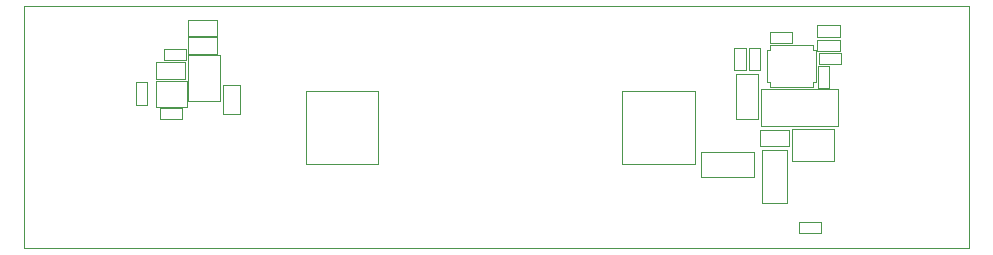
<source format=gbr>
%TF.GenerationSoftware,KiCad,Pcbnew,6.0.11+dfsg-1~bpo11+1*%
%TF.CreationDate,2023-04-14T13:04:02+02:00*%
%TF.ProjectId,IR-diode-general,49522d64-696f-4646-952d-67656e657261,rev?*%
%TF.SameCoordinates,Original*%
%TF.FileFunction,Other,User*%
%FSLAX46Y46*%
G04 Gerber Fmt 4.6, Leading zero omitted, Abs format (unit mm)*
G04 Created by KiCad (PCBNEW 6.0.11+dfsg-1~bpo11+1) date 2023-04-14 13:04:02 commit 5e22265*
%MOMM*%
%LPD*%
G01*
G04 APERTURE LIST*
%TA.AperFunction,Profile*%
%ADD10C,0.100000*%
%TD*%
%ADD11C,0.050000*%
%ADD12C,0.100000*%
G04 APERTURE END LIST*
D10*
X85000000Y-40500000D02*
X165000000Y-40500000D01*
X165000000Y-40500000D02*
X165000000Y-61000000D01*
X165000000Y-61000000D02*
X85000000Y-61000000D01*
X85000000Y-61000000D02*
X85000000Y-40500000D01*
D11*
%TO.C,R8*%
X96800000Y-45080000D02*
X98700000Y-45080000D01*
X98700000Y-45080000D02*
X98700000Y-44120000D01*
X98700000Y-44120000D02*
X96800000Y-44120000D01*
X96800000Y-44120000D02*
X96800000Y-45080000D01*
%TO.C,U2*%
X96150000Y-46799000D02*
X98748000Y-46799000D01*
X98748000Y-46799000D02*
X98748000Y-48999000D01*
X98748000Y-48999000D02*
X96150000Y-48999000D01*
X96150000Y-48999000D02*
X96150000Y-46799000D01*
%TO.C,L2*%
X101550000Y-48550000D02*
X101550000Y-44650000D01*
X98850000Y-48550000D02*
X101550000Y-48550000D01*
X101550000Y-44650000D02*
X98850000Y-44650000D01*
X98850000Y-44650000D02*
X98850000Y-48550000D01*
%TO.C,R3*%
X146370000Y-43999000D02*
X147330000Y-43999000D01*
X147330000Y-43999000D02*
X147330000Y-45899000D01*
X147330000Y-45899000D02*
X146370000Y-45899000D01*
X146370000Y-45899000D02*
X146370000Y-43999000D01*
%TO.C,C4*%
X150040000Y-42680000D02*
X148160000Y-42680000D01*
X148160000Y-42680000D02*
X148160000Y-43620000D01*
X148160000Y-43620000D02*
X150040000Y-43620000D01*
X150040000Y-43620000D02*
X150040000Y-42680000D01*
%TO.C,D2*%
X114992500Y-47701200D02*
X108845700Y-47701200D01*
X108845700Y-47701200D02*
X108845700Y-53898800D01*
X108845700Y-53898800D02*
X114992500Y-53898800D01*
X114992500Y-53898800D02*
X114992500Y-47701200D01*
%TO.C,R5*%
X103250000Y-49650000D02*
X101850000Y-49650000D01*
X101850000Y-49650000D02*
X101850000Y-47150000D01*
X101850000Y-47150000D02*
X103250000Y-47150000D01*
X103250000Y-47150000D02*
X103250000Y-49650000D01*
%TO.C,C5*%
X154040000Y-43330000D02*
X152160000Y-43330000D01*
X152160000Y-43330000D02*
X152160000Y-44270000D01*
X152160000Y-44270000D02*
X154040000Y-44270000D01*
X154040000Y-44270000D02*
X154040000Y-43330000D01*
%TO.C,R9*%
X95380000Y-48850000D02*
X94420000Y-48850000D01*
X94420000Y-48850000D02*
X94420000Y-46950000D01*
X94420000Y-46950000D02*
X95380000Y-46950000D01*
X95380000Y-46950000D02*
X95380000Y-48850000D01*
%TO.C,C1*%
X145270000Y-46250000D02*
X147130000Y-46250000D01*
X147130000Y-46250000D02*
X147130000Y-50050000D01*
X147130000Y-50050000D02*
X145270000Y-50050000D01*
X145270000Y-50050000D02*
X145270000Y-46250000D01*
%TO.C,R2*%
X154050000Y-42120000D02*
X152150000Y-42120000D01*
X152150000Y-42120000D02*
X152150000Y-43080000D01*
X152150000Y-43080000D02*
X154050000Y-43080000D01*
X154050000Y-43080000D02*
X154050000Y-42120000D01*
%TO.C,U1*%
X152053399Y-46931400D02*
X152053399Y-44168600D01*
X151753400Y-47353400D02*
X151753400Y-46931400D01*
X152053399Y-44168600D02*
X151753400Y-44168600D01*
X148146600Y-43746600D02*
X148146600Y-44168600D01*
X151753400Y-46931400D02*
X152053399Y-46931400D01*
X148146600Y-47353400D02*
X151753400Y-47353400D01*
X147846601Y-44168600D02*
X147846601Y-46931400D01*
X148146600Y-44168600D02*
X147846601Y-44168600D01*
X151753400Y-44168600D02*
X151753400Y-43746600D01*
X151753400Y-43746600D02*
X148146600Y-43746600D01*
X148146600Y-46931400D02*
X148146600Y-47353400D01*
X147846601Y-46931400D02*
X148146600Y-46931400D01*
%TO.C,C2*%
X147260000Y-52350000D02*
X149740000Y-52350000D01*
X149740000Y-52350000D02*
X149740000Y-50950000D01*
X149740000Y-50950000D02*
X147260000Y-50950000D01*
X147260000Y-50950000D02*
X147260000Y-52350000D01*
%TO.C,C8*%
X154140000Y-44480000D02*
X152260000Y-44480000D01*
X152260000Y-44480000D02*
X152260000Y-45420000D01*
X152260000Y-45420000D02*
X154140000Y-45420000D01*
X154140000Y-45420000D02*
X154140000Y-44480000D01*
%TO.C,D3*%
X141792500Y-47701200D02*
X135645700Y-47701200D01*
X135645700Y-47701200D02*
X135645700Y-53898800D01*
X135645700Y-53898800D02*
X141792500Y-53898800D01*
X141792500Y-53898800D02*
X141792500Y-47701200D01*
%TO.C,C11*%
X101340000Y-41650000D02*
X98860000Y-41650000D01*
X98860000Y-41650000D02*
X98860000Y-43050000D01*
X98860000Y-43050000D02*
X101340000Y-43050000D01*
X101340000Y-43050000D02*
X101340000Y-41650000D01*
%TO.C,R7*%
X147450000Y-52700000D02*
X149550000Y-52700000D01*
X149550000Y-52700000D02*
X149550000Y-57200000D01*
X149550000Y-57200000D02*
X147450000Y-57200000D01*
X147450000Y-57200000D02*
X147450000Y-52700000D01*
%TO.C,C9*%
X150560000Y-59670000D02*
X152440000Y-59670000D01*
X152440000Y-59670000D02*
X152440000Y-58730000D01*
X152440000Y-58730000D02*
X150560000Y-58730000D01*
X150560000Y-58730000D02*
X150560000Y-59670000D01*
%TO.C,D1*%
X153900000Y-47550000D02*
X147400000Y-47550000D01*
X147400000Y-47550000D02*
X147400000Y-50650000D01*
X147400000Y-50650000D02*
X153900000Y-50650000D01*
X153900000Y-50650000D02*
X153900000Y-47550000D01*
%TO.C,C7*%
X96460000Y-50020000D02*
X98340000Y-50020000D01*
X98340000Y-50020000D02*
X98340000Y-49080000D01*
X98340000Y-49080000D02*
X96460000Y-49080000D01*
X96460000Y-49080000D02*
X96460000Y-50020000D01*
%TO.C,R1*%
X146800000Y-52850000D02*
X142300000Y-52850000D01*
X142300000Y-52850000D02*
X142300000Y-54950000D01*
X142300000Y-54950000D02*
X146800000Y-54950000D01*
X146800000Y-54950000D02*
X146800000Y-52850000D01*
%TO.C,C3*%
X153120000Y-47440000D02*
X152180000Y-47440000D01*
X152180000Y-47440000D02*
X152180000Y-45560000D01*
X152180000Y-45560000D02*
X153120000Y-45560000D01*
X153120000Y-45560000D02*
X153120000Y-47440000D01*
%TO.C,R4*%
X146080000Y-45899000D02*
X145120000Y-45899000D01*
X145120000Y-45899000D02*
X145120000Y-43999000D01*
X145120000Y-43999000D02*
X146080000Y-43999000D01*
X146080000Y-43999000D02*
X146080000Y-45899000D01*
%TO.C,C6*%
X96160000Y-46650000D02*
X98640000Y-46650000D01*
X98640000Y-46650000D02*
X98640000Y-45250000D01*
X98640000Y-45250000D02*
X96160000Y-45250000D01*
X96160000Y-45250000D02*
X96160000Y-46650000D01*
%TO.C,C10*%
X101340000Y-43150000D02*
X98860000Y-43150000D01*
X98860000Y-43150000D02*
X98860000Y-44550000D01*
X98860000Y-44550000D02*
X101340000Y-44550000D01*
X101340000Y-44550000D02*
X101340000Y-43150000D01*
D12*
%TO.C,L1*%
X153540000Y-50890000D02*
X149990000Y-50890000D01*
X149990000Y-50890000D02*
X149990000Y-53640000D01*
X153540000Y-53640000D02*
X153540000Y-50890000D01*
X149990000Y-53640000D02*
X153540000Y-53640000D01*
%TD*%
M02*

</source>
